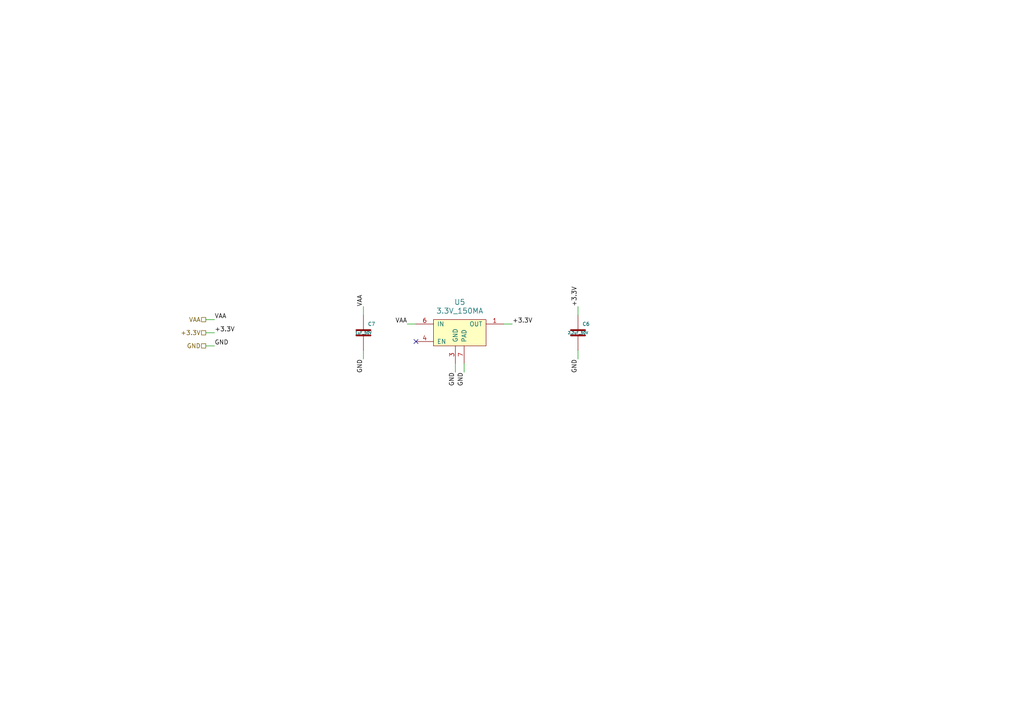
<source format=kicad_sch>
(kicad_sch (version 20230121) (generator eeschema)
  (paper "A4")
  (title_block (title "stepper_driver") (date "2023-07-12") (rev "2.0") (company "Howard Hughes Medical Institute"))
  (lib_symbols
    (symbol "Janelia:C_1uF_50V_0603" (pin_numbers hide) (pin_names (offset 0.254))
      (property "Reference" "C" (at 0 2.54 0))
      (property "Value" "1uF_50V" (at 0 0 0))
      (symbol "C_1uF_50V_0603_0_1"
        (polyline (pts (xy -2.032 -0.762) (xy 2.032 -0.762)) (stroke (width 0.508)))
        (polyline (pts (xy -2.032 0.762) (xy 2.032 0.762)) (stroke (width 0.508)))
      )
      (symbol "C_1uF_50V_0603_1_1"
        (pin passive line (at 0 5.08 270) (length 4.318) (name "~") (number "1"))
        (pin passive line (at 0 -5.08 90) (length 4.318) (name "~") (number "2"))
      )
    )
    (symbol "Janelia:C_2.2uF_50V_0603" (pin_numbers hide) (pin_names (offset 0.254))
      (property "Reference" "C" (at 0 2.54 0))
      (property "Value" "2.2uF_50V" (at 0 0 0))
      (symbol "C_2.2uF_50V_0603_0_1"
        (polyline (pts (xy -2.032 -0.762) (xy 2.032 -0.762)) (stroke (width 0.508)))
        (polyline (pts (xy -2.032 0.762) (xy 2.032 0.762)) (stroke (width 0.508)))
      )
      (symbol "C_2.2uF_50V_0603_1_1"
        (pin passive line (at 0 5.08 270) (length 4.318) (name "~") (number "1"))
        (pin passive line (at 0 -5.08 90) (length 4.318) (name "~") (number "2"))
      )
    )
    (symbol "Janelia:Regulator_Linear_3.3V_150MA_30Vin" (pin_names (offset 1.016))
      (property "Reference" "U" (at 5.08 -7.62 0))
      (property "Value" "3.3V_150MA" (at 0 2.54 0))
      (symbol "Regulator_Linear_3.3V_150MA_30Vin_1_1"
        (rectangle (start -7.62 1.27) (end 7.62 -6.35) (fill (type background)))
        (pin power_out line (at 12.7 0 180) (length 5.08) (name "OUT") (number "1"))
        (pin power_in line (at -1.27 -11.43 90) (length 5.08) (name "GND") (number "3"))
        (pin input line (at -12.7 -5.08 0) (length 5.08) (name "EN") (number "4"))
        (pin power_in line (at -12.7 0 0) (length 5.08) (name "IN") (number "6"))
        (pin passive line (at 1.27 -11.43 90) (length 5.08) (name "PAD") (number "7"))
      )
    )
  )
  (no_connect (at 120.65 99.06))
  (wire (pts (xy 62.23 92.71) (xy 59.69 92.71)))
  (wire (pts (xy 105.41 88.9) (xy 105.41 91.44)))
  (wire (pts (xy 134.62 105.41) (xy 134.62 107.95)))
  (wire (pts (xy 105.41 101.6) (xy 105.41 104.14)))
  (wire (pts (xy 146.05 93.98) (xy 148.59 93.98)))
  (wire (pts (xy 118.11 93.98) (xy 120.65 93.98)))
  (wire (pts (xy 167.64 91.44) (xy 167.64 88.9)))
  (wire (pts (xy 132.08 105.41) (xy 132.08 107.95)))
  (wire (pts (xy 167.64 101.6) (xy 167.64 104.14)))
  (wire (pts (xy 62.23 96.52) (xy 59.69 96.52)))
  (wire (pts (xy 62.23 100.33) (xy 59.69 100.33)))
  (label "GND" (at 134.62 107.95 270))
  (label "VAA" (at 118.11 93.98 180))
  (label "VAA" (at 105.41 88.9 90))
  (label "+3.3V" (at 167.64 88.9 90))
  (label "VAA" (at 62.23 92.71 0))
  (label "GND" (at 167.64 104.14 270))
  (label "GND" (at 132.08 107.95 270))
  (label "+3.3V" (at 62.23 96.52 0))
  (label "GND" (at 62.23 100.33 0))
  (label "GND" (at 105.41 104.14 270))
  (label "+3.3V" (at 148.59 93.98 0))
  (hierarchical_label "+3.3V" (shape passive) (at 59.69 96.52 180))
  (hierarchical_label "VAA" (shape passive) (at 59.69 92.71 180))
  (hierarchical_label "GND" (shape passive) (at 59.69 100.33 180))
  (symbol (lib_id "Janelia:C_2.2uF_50V_0603") (at 167.64 96.52 0) (unit 1)
    (property "Reference" "C6" (at 168.91 93.98 0) (effects (font (size 1.016 1.016)) (justify left)))
    (property "Value" "2.2uF_50V" (at 167.64 96.52 0) (effects (font (size 0.762 0.762))))
    (property "Footprint" "Janelia:C_0603_1608Metric" (effects hide))
    (property "Description" "CAP CER 2.2UF 50V X5R" (effects hide))
    (property "Package" "0603" (effects hide))
    (property "Manufacturer" "Murata Electronics" (effects hide))
    (property "Manufacturer Part Number" "GRT188R61H225KE13D" (effects hide))
    (property "Vendor" "Digi-Key" (effects hide))
    (property "Vendor Part Number" "490-12332-1-ND" (effects hide))
    (instances (project "stepper_driver" (path "" (reference "C6") (unit 1)) (path "" (reference "C8") (unit 1)) (path "" (reference "C15") (unit 1))))
  )
  (symbol (lib_id "Janelia:C_1uF_50V_0603") (at 105.41 96.52 0) (unit 1)
    (property "Reference" "C7" (at 106.68 93.98 0) (effects (font (size 1.016 1.016)) (justify left)))
    (property "Value" "1uF_50V" (at 105.41 96.52 0) (effects (font (size 0.762 0.762))))
    (property "Footprint" "Janelia:C_0603_1608Metric" (effects hide))
    (property "Description" "CAP CER 1UF 50V X5R" (effects hide))
    (property "Package" "0603" (effects hide))
    (property "Manufacturer" "Murata Electronics" (effects hide))
    (property "Manufacturer Part Number" "GRT188R61H105KE13D" (effects hide))
    (property "Vendor" "Digi-Key" (effects hide))
    (property "Vendor Part Number" "490-12330-1-ND" (effects hide))
    (instances (project "stepper_driver" (path "" (reference "C7") (unit 1)) (path "" (reference "C14") (unit 1))))
  )
  (symbol (lib_id "Janelia:Regulator_Linear_3.3V_150MA_30Vin") (at 133.35 93.98 0) (unit 1)
    (property "Reference" "U5" (at 133.35 87.63 0) (effects (font (size 1.524 1.524))))
    (property "Value" "3.3V_150MA" (at 133.35 90.17 0) (effects (font (size 1.524 1.524))))
    (property "Footprint" "Janelia:SON65P200X200X80-7N" (effects hide))
    (property "Vendor" "Digi-Key" (effects hide))
    (property "Vendor Part Number" "296-40930-1-ND" (effects hide))
    (property "Manufacturer" "Texas Instruments" (effects hide))
    (property "Manufacturer Part Number" "TPS70933DRVR" (effects hide))
    (property "Package" " 6WSON" (effects hide))
    (property "Description" "IC REG LINEAR 3.3V 150MA" (effects hide))
    (property "Sim.Enable" "0" (effects hide))
  )
)
</source>
